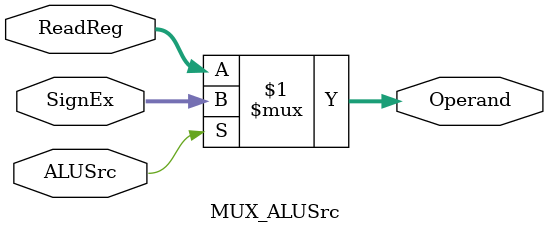
<source format=v>
module MUX_ALUSrc(
    input wire [31:0] ReadReg,
    input wire [31:0] SignEx,
    input wire ALUSrc,
    output wire [31:0] Operand
);

    assign Operand = ALUSrc ? SignEx : ReadReg;
        
endmodule
</source>
